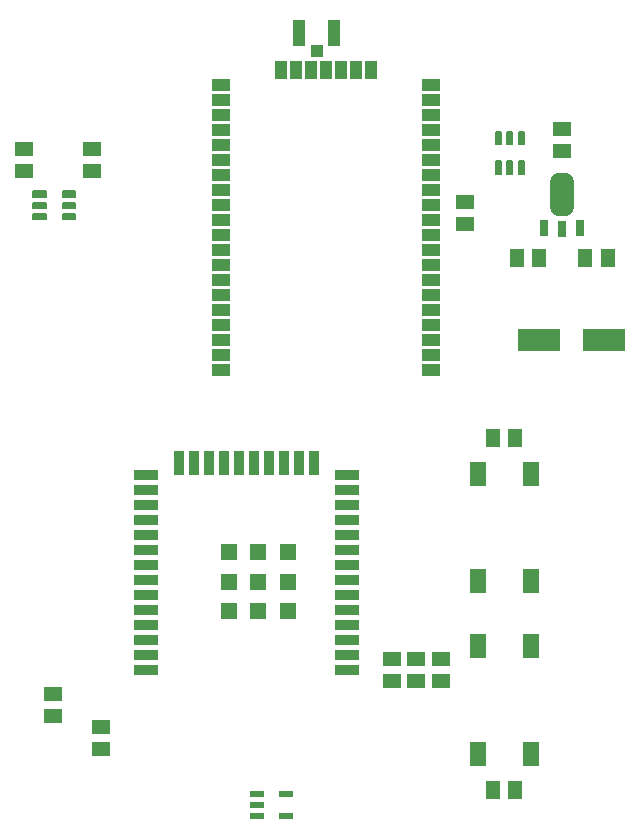
<source format=gbr>
G04 EAGLE Gerber RS-274X export*
G75*
%MOMM*%
%FSLAX34Y34*%
%LPD*%
%INSolderpaste Top*%
%IPPOS*%
%AMOC8*
5,1,8,0,0,1.08239X$1,22.5*%
G01*
%ADD10R,1.500000X1.300000*%
%ADD11R,3.650000X1.850000*%
%ADD12R,1.300000X1.500000*%
%ADD13R,1.000000X2.200000*%
%ADD14R,1.000000X1.100000*%
%ADD15R,1.600000X1.300000*%
%ADD16R,1.400000X2.100000*%
%ADD17R,1.524000X1.016000*%
%ADD18R,1.016000X1.524000*%
%ADD19C,0.145000*%
%ADD20R,2.000000X0.900000*%
%ADD21R,0.900000X2.000000*%
%ADD22R,1.330000X1.330000*%
%ADD23R,0.800000X1.400000*%
%ADD24C,1.524000*%
%ADD25R,1.150000X0.600000*%


D10*
X330200Y447650D03*
X330200Y428650D03*
X351250Y447650D03*
X351250Y428650D03*
D11*
X510300Y717550D03*
X455300Y717550D03*
D12*
X435950Y787400D03*
X454950Y787400D03*
X513050Y787400D03*
X494050Y787400D03*
D10*
X391950Y835000D03*
X391950Y816000D03*
X474450Y896800D03*
X474450Y877800D03*
D12*
X415950Y336550D03*
X434950Y336550D03*
X415950Y635000D03*
X434950Y635000D03*
D13*
X251700Y977900D03*
X281700Y977900D03*
D14*
X266700Y962400D03*
D15*
X372300Y428650D03*
X372300Y447650D03*
D16*
X402950Y513300D03*
X402950Y604300D03*
X447950Y513300D03*
X447950Y604300D03*
X447950Y458250D03*
X447950Y367250D03*
X402950Y458250D03*
X402950Y367250D03*
D17*
X363900Y692150D03*
X363900Y755650D03*
X363900Y768350D03*
X363900Y781050D03*
X363900Y819150D03*
X363900Y831850D03*
X363900Y933450D03*
D18*
X313100Y946150D03*
X300400Y946150D03*
X287700Y946150D03*
X275000Y946150D03*
X262300Y946150D03*
X249600Y946150D03*
X236900Y946150D03*
D17*
X186100Y933450D03*
X186100Y882650D03*
X186100Y869950D03*
X186100Y857250D03*
X186100Y768350D03*
X186100Y692150D03*
X363900Y704850D03*
X363900Y717550D03*
X363900Y793750D03*
X363900Y806450D03*
X363900Y844550D03*
X363900Y857250D03*
X186100Y844550D03*
X186100Y831850D03*
X186100Y819150D03*
X186100Y806450D03*
X186100Y793750D03*
X186100Y781050D03*
X186100Y742950D03*
X186100Y730250D03*
X186100Y717550D03*
X186100Y704850D03*
X186100Y895350D03*
X186100Y908050D03*
X186100Y920750D03*
X363900Y920750D03*
X363900Y908050D03*
X363900Y895350D03*
X363900Y882650D03*
X363900Y869950D03*
X363900Y742950D03*
X363900Y730250D03*
X186100Y755650D03*
D19*
X423025Y858425D02*
X423025Y869075D01*
X423025Y858425D02*
X418675Y858425D01*
X418675Y869075D01*
X423025Y869075D01*
X423025Y859802D02*
X418675Y859802D01*
X418675Y861179D02*
X423025Y861179D01*
X423025Y862556D02*
X418675Y862556D01*
X418675Y863933D02*
X423025Y863933D01*
X423025Y865310D02*
X418675Y865310D01*
X418675Y866687D02*
X423025Y866687D01*
X423025Y868064D02*
X418675Y868064D01*
X432525Y869075D02*
X432525Y858425D01*
X428175Y858425D01*
X428175Y869075D01*
X432525Y869075D01*
X432525Y859802D02*
X428175Y859802D01*
X428175Y861179D02*
X432525Y861179D01*
X432525Y862556D02*
X428175Y862556D01*
X428175Y863933D02*
X432525Y863933D01*
X432525Y865310D02*
X428175Y865310D01*
X428175Y866687D02*
X432525Y866687D01*
X432525Y868064D02*
X428175Y868064D01*
X442025Y869075D02*
X442025Y858425D01*
X437675Y858425D01*
X437675Y869075D01*
X442025Y869075D01*
X442025Y859802D02*
X437675Y859802D01*
X437675Y861179D02*
X442025Y861179D01*
X442025Y862556D02*
X437675Y862556D01*
X437675Y863933D02*
X442025Y863933D01*
X442025Y865310D02*
X437675Y865310D01*
X437675Y866687D02*
X442025Y866687D01*
X442025Y868064D02*
X437675Y868064D01*
X423025Y883525D02*
X423025Y894175D01*
X423025Y883525D02*
X418675Y883525D01*
X418675Y894175D01*
X423025Y894175D01*
X423025Y884902D02*
X418675Y884902D01*
X418675Y886279D02*
X423025Y886279D01*
X423025Y887656D02*
X418675Y887656D01*
X418675Y889033D02*
X423025Y889033D01*
X423025Y890410D02*
X418675Y890410D01*
X418675Y891787D02*
X423025Y891787D01*
X423025Y893164D02*
X418675Y893164D01*
X432525Y894175D02*
X432525Y883525D01*
X428175Y883525D01*
X428175Y894175D01*
X432525Y894175D01*
X432525Y884902D02*
X428175Y884902D01*
X428175Y886279D02*
X432525Y886279D01*
X432525Y887656D02*
X428175Y887656D01*
X428175Y889033D02*
X432525Y889033D01*
X432525Y890410D02*
X428175Y890410D01*
X428175Y891787D02*
X432525Y891787D01*
X432525Y893164D02*
X428175Y893164D01*
X442025Y894175D02*
X442025Y883525D01*
X437675Y883525D01*
X437675Y894175D01*
X442025Y894175D01*
X442025Y884902D02*
X437675Y884902D01*
X437675Y886279D02*
X442025Y886279D01*
X442025Y887656D02*
X437675Y887656D01*
X437675Y889033D02*
X442025Y889033D01*
X442025Y890410D02*
X437675Y890410D01*
X437675Y891787D02*
X442025Y891787D01*
X442025Y893164D02*
X437675Y893164D01*
D20*
X292100Y438150D03*
X292100Y450850D03*
X292100Y463550D03*
X292100Y476250D03*
X292100Y488950D03*
X292100Y501650D03*
X292100Y514350D03*
X292100Y527050D03*
X292100Y539750D03*
X292100Y552450D03*
X292100Y565150D03*
X292100Y577850D03*
X292100Y590550D03*
X292100Y603250D03*
D21*
X264250Y613250D03*
X251550Y613250D03*
X238850Y613250D03*
X226150Y613250D03*
X213450Y613250D03*
X200750Y613250D03*
X188050Y613250D03*
X175350Y613250D03*
X162650Y613250D03*
X149950Y613250D03*
D20*
X122100Y603250D03*
X122100Y590550D03*
X122100Y577850D03*
X122100Y565150D03*
X122100Y552450D03*
X122100Y539750D03*
X122100Y527050D03*
X122100Y514350D03*
X122100Y501650D03*
X122100Y488950D03*
X122100Y476250D03*
X122100Y463550D03*
X122100Y450850D03*
X122100Y438150D03*
D22*
X242100Y488150D03*
X242100Y513150D03*
X242100Y538150D03*
X217100Y538150D03*
X217100Y513150D03*
X217100Y488150D03*
X192100Y488150D03*
X192100Y513150D03*
X192100Y538150D03*
D23*
X474500Y812050D03*
X459260Y812800D03*
X489740Y812800D03*
D24*
X477040Y830620D02*
X471960Y830620D01*
X471960Y851880D01*
X477040Y851880D01*
X477040Y830620D01*
X477040Y845098D02*
X471960Y845098D01*
D25*
X216100Y333350D03*
X216100Y323850D03*
X216100Y314350D03*
X241100Y314350D03*
X241100Y333350D03*
D19*
X62325Y824525D02*
X51675Y824525D01*
X62325Y824525D02*
X62325Y820175D01*
X51675Y820175D01*
X51675Y824525D01*
X51675Y821552D02*
X62325Y821552D01*
X62325Y822929D02*
X51675Y822929D01*
X51675Y824306D02*
X62325Y824306D01*
X62325Y834025D02*
X51675Y834025D01*
X62325Y834025D02*
X62325Y829675D01*
X51675Y829675D01*
X51675Y834025D01*
X51675Y831052D02*
X62325Y831052D01*
X62325Y832429D02*
X51675Y832429D01*
X51675Y833806D02*
X62325Y833806D01*
X62325Y843525D02*
X51675Y843525D01*
X62325Y843525D02*
X62325Y839175D01*
X51675Y839175D01*
X51675Y843525D01*
X51675Y840552D02*
X62325Y840552D01*
X62325Y841929D02*
X51675Y841929D01*
X51675Y843306D02*
X62325Y843306D01*
X37225Y824525D02*
X26575Y824525D01*
X37225Y824525D02*
X37225Y820175D01*
X26575Y820175D01*
X26575Y824525D01*
X26575Y821552D02*
X37225Y821552D01*
X37225Y822929D02*
X26575Y822929D01*
X26575Y824306D02*
X37225Y824306D01*
X37225Y834025D02*
X26575Y834025D01*
X37225Y834025D02*
X37225Y829675D01*
X26575Y829675D01*
X26575Y834025D01*
X26575Y831052D02*
X37225Y831052D01*
X37225Y832429D02*
X26575Y832429D01*
X26575Y833806D02*
X37225Y833806D01*
X37225Y843525D02*
X26575Y843525D01*
X37225Y843525D02*
X37225Y839175D01*
X26575Y839175D01*
X26575Y843525D01*
X26575Y840552D02*
X37225Y840552D01*
X37225Y841929D02*
X26575Y841929D01*
X26575Y843306D02*
X37225Y843306D01*
D10*
X76200Y860450D03*
X76200Y879450D03*
X19050Y860450D03*
X19050Y879450D03*
X43180Y418440D03*
X43180Y399440D03*
X83820Y390500D03*
X83820Y371500D03*
M02*

</source>
